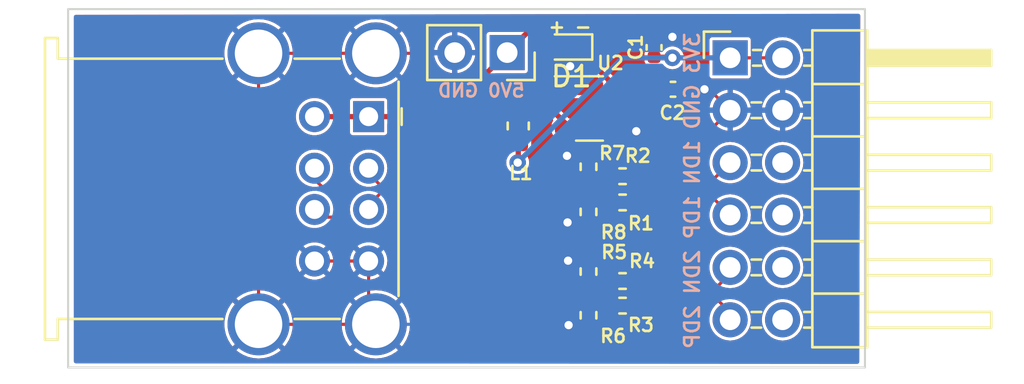
<source format=kicad_pcb>
(kicad_pcb (version 20221018) (generator pcbnew)
  (layers (0 "F.Cu" signal) (31 "B.Cu" signal) (34 "B.Paste" user) (35 "F.Paste" user) (36 "B.SilkS" user "B.Silkscreen") (37 "F.SilkS" user "F.Silkscreen") (38 "B.Mask" user) (39 "F.Mask" user) (44 "Edge.Cuts" user))
  (net 0 "")
  (net 5 "Net-(D1-A)")
  (net 6 "GND")
  (net 7 "/USB2t_DP")
  (net 8 "/USB2t_DN")
  (net 9 "/USB2_DP")
  (net 10 "/USB2_DN")
  (net 11 "/USB1t_DP")
  (net 12 "/USB1t_DN")
  (net 13 "/USB1_DP")
  (net 14 "/USB1_DN")
  (net 15 "/PWR5V0")
  (net 16 "/PWR3V3")
  (footprint "Inductor_SMD:L_0603_1608Metric" (layer "F.Cu") (at 93.881 46.228 90)
    (fp_text reference "L1" (at -2.286 0.127 unlocked) (layer "F.SilkS") (effects (font (size 0.635 0.635) (thickness 0.127))))
    (fp_text value "10uH")
    (fp_line (start -0.162779 -0.51) (end 0.162779 -0.51) (stroke (width 0.127)) (layer "F.SilkS"))
    (fp_line (start -0.162779 0.51) (end 0.162779 0.51) (stroke (width 0.127)) (layer "F.SilkS"))
    (pad "1" smd roundrect (at -0.7875 0 90) (size 0.875 0.95) (layers "F.Cu" "F.Paste" "F.Mask") (net 16 "/PWR3V3"))
    (pad "2" smd roundrect (at 0.7875 0 90) (size 0.875 0.95) (layers "F.Cu" "F.Paste" "F.Mask") (net 5 "Net-(D1-A)"))
  )
  (footprint "Resistor_SMD:R_0402_1005Metric" (layer "F.Cu") (at 97.282 50.3936 90)
    (fp_text reference "R8" (at -0.9906 1.2192 unlocked) (layer "F.SilkS") (effects (font (size 0.635 0.635) (thickness 0.127))))
    (fp_text value "15K")
    (fp_line (start -0.153641 -0.38) (end 0.153641 -0.38) (stroke (width 0.127)) (layer "F.SilkS"))
    (fp_line (start -0.153641 0.38) (end 0.153641 0.38) (stroke (width 0.127)) (layer "F.SilkS"))
    (pad "1" smd roundrect (at -0.51 0 90) (size 0.54 0.64) (layers "F.Cu" "F.Paste" "F.Mask") (net 6 "GND"))
    (pad "2" smd roundrect (at 0.51 0 90) (size 0.54 0.64) (layers "F.Cu" "F.Paste" "F.Mask") (net 11 "/USB1t_DP"))
  )
  (footprint "Resistor_SMD:R_0402_1005Metric" (layer "F.Cu") (at 98.931 53.7464)
    (fp_text reference "R4" (at 0.9418 -0.9652 unlocked) (layer "F.SilkS") (effects (font (size 0.635 0.635) (thickness 0.127))))
    (fp_text value "22")
    (fp_line (start -0.153641 -0.38) (end 0.153641 -0.38) (stroke (width 0.127)) (layer "F.SilkS"))
    (fp_line (start -0.153641 0.38) (end 0.153641 0.38) (stroke (width 0.127)) (layer "F.SilkS"))
    (pad "1" smd roundrect (at -0.51 0) (size 0.54 0.64) (layers "F.Cu" "F.Paste" "F.Mask") (net 8 "/USB2t_DN"))
    (pad "2" smd roundrect (at 0.51 0) (size 0.54 0.64) (layers "F.Cu" "F.Paste" "F.Mask") (net 10 "/USB2_DN"))
  )
  (footprint "Package_TO_SOT_SMD:SOT-23" (layer "F.Cu") (at 97.3305 45.3796)
    (fp_text reference "U2" (at 1.0183 -2.1996) (layer "F.SilkS") (effects (font (size 0.635 0.635) (thickness 0.127) bold)))
    (fp_text value "QX2303L50T")
    (fp_line (start 0 -1.56) (end -1.675 -1.56) (stroke (width 0.12)) (layer "F.SilkS"))
    (fp_line (start 0 -1.56) (end 0.65 -1.56) (stroke (width 0.12)) (layer "F.SilkS"))
    (fp_line (start 0 1.56) (end -0.65 1.56) (stroke (width 0.12)) (layer "F.SilkS"))
    (fp_line (start 0 1.56) (end 0.65 1.56) (stroke (width 0.12)) (layer "F.SilkS"))
    (pad "1" smd roundrect (at -0.9375 -0.95) (size 1.475 0.6) (layers "F.Cu" "F.Paste" "F.Mask") (net 6 "GND"))
    (pad "2" smd roundrect (at -0.9375 0.95) (size 1.475 0.6) (layers "F.Cu" "F.Paste" "F.Mask") (net 5 "Net-(D1-A)"))
    (pad "3" smd roundrect (at 0.9375 0) (size 1.475 0.6) (layers "F.Cu" "F.Paste" "F.Mask") (net 15 "/PWR5V0"))
  )
  (footprint "Capacitor_SMD:C_0402_1005Metric" (layer "F.Cu") (at 101.374 44.45)
    (fp_text reference "C2" (at -0.028 1.143 unlocked) (layer "F.SilkS") (effects (font (size 0.635 0.635) (thickness 0.127))))
    (fp_text value "10uF")
    (fp_line (start -0.107836 -0.36) (end 0.107836 -0.36) (stroke (width 0.127)) (layer "F.SilkS"))
    (fp_line (start -0.107836 0.36) (end 0.107836 0.36) (stroke (width 0.127)) (layer "F.SilkS"))
    (pad "1" smd roundrect (at -0.48 0) (size 0.56 0.62) (layers "F.Cu" "F.Paste" "F.Mask") (net 15 "/PWR5V0"))
    (pad "2" smd roundrect (at 0.48 0) (size 0.56 0.62) (layers "F.Cu" "F.Paste" "F.Mask") (net 6 "GND"))
  )
  (footprint "Resistor_SMD:R_0402_1005Metric" (layer "F.Cu") (at 97.282 53.2872 -90)
    (fp_text reference "R5" (at -0.9378 -1.2446 unlocked) (layer "F.SilkS") (effects (font (size 0.635 0.635) (thickness 0.127))))
    (fp_text value "15K")
    (fp_line (start -0.153641 -0.38) (end 0.153641 -0.38) (stroke (width 0.127)) (layer "F.SilkS"))
    (fp_line (start -0.153641 0.38) (end 0.153641 0.38) (stroke (width 0.127)) (layer "F.SilkS"))
    (pad "1" smd roundrect (at -0.51 0 270) (size 0.54 0.64) (layers "F.Cu" "F.Paste" "F.Mask") (net 6 "GND"))
    (pad "2" smd roundrect (at 0.51 0 270) (size 0.54 0.64) (layers "F.Cu" "F.Paste" "F.Mask") (net 8 "/USB2t_DN"))
  )
  (footprint "Resistor_SMD:R_0402_1005Metric" (layer "F.Cu") (at 98.933 49.9364)
    (fp_text reference "R1" (at 0.889 1.016 unlocked) (layer "F.SilkS") (effects (font (size 0.635 0.635) (thickness 0.127))))
    (fp_text value "22")
    (fp_line (start -0.153641 -0.38) (end 0.153641 -0.38) (stroke (width 0.127)) (layer "F.SilkS"))
    (fp_line (start -0.153641 0.38) (end 0.153641 0.38) (stroke (width 0.127)) (layer "F.SilkS"))
    (pad "1" smd roundrect (at -0.51 0) (size 0.54 0.64) (layers "F.Cu" "F.Paste" "F.Mask") (net 11 "/USB1t_DP"))
    (pad "2" smd roundrect (at 0.51 0) (size 0.54 0.64) (layers "F.Cu" "F.Paste" "F.Mask") (net 13 "/USB1_DP"))
  )
  (footprint "Connector_USB:USB_A_Wuerth_61400826021_Horizontal_Stacked" (layer "F.Cu") (at 86.636 45.776 -90)
    (fp_text reference "J1" hide)
    (fp_text value "USB_A_Stacked")
    (fp_line (start -3.81 15.05) (end -2.81 15.05) (stroke (width 0.127)) (layer "F.SilkS"))
    (fp_line (start -3.81 15.67) (end -3.81 15.05) (stroke (width 0.127)) (layer "F.SilkS"))
    (fp_line (start -2.81 3.58) (end -2.81 1.4) (stroke (width 0.127)) (layer "F.SilkS"))
    (fp_line (start -2.81 15.05) (end -2.81 7.08) (stroke (width 0.127)) (layer "F.SilkS"))
    (fp_line (start -1.69 -1.45) (end 8.69 -1.45) (stroke (width 0.127)) (layer "F.SilkS"))
    (fp_line (start 0.4 -1.6) (end -0.4 -1.6) (stroke (width 0.127)) (layer "F.SilkS"))
    (fp_line (start 9.81 3.58) (end 9.81 1.4) (stroke (width 0.127)) (layer "F.SilkS"))
    (fp_line (start 9.81 7.08) (end 9.81 15.05) (stroke (width 0.127)) (layer "F.SilkS"))
    (fp_line (start 9.81 15.05) (end 10.81 15.05) (stroke (width 0.127)) (layer "F.SilkS"))
    (fp_line (start 10.81 15.05) (end 10.81 15.67) (stroke (width 0.127)) (layer "F.SilkS"))
    (fp_line (start 10.81 15.67) (end -3.81 15.67) (stroke (width 0.127)) (layer "F.SilkS"))
    (pad "1" thru_hole rect (at 0 0 270) (size 1.5 1.5) (drill 0.92) (layers "*.Cu" "*.Mask") (net 15 "/PWR5V0"))
    (pad "2" thru_hole circle (at 2.5 0 270) (size 1.5 1.5) (drill 0.92) (layers "*.Cu" "*.Mask") (net 12 "/USB1t_DN"))
    (pad "3" thru_hole circle (at 4.5 0 270) (size 1.5 1.5) (drill 0.92) (layers "*.Cu" "*.Mask") (net 11 "/USB1t_DP"))
    (pad "4" thru_hole circle (at 7 0 270) (size 1.5 1.5) (drill 0.92) (layers "*.Cu" "*.Mask") (net 6 "GND"))
    (pad "5" thru_hole circle (at 0 2.62 270) (size 1.5 1.5) (drill 0.92) (layers "*.Cu" "*.Mask") (net 15 "/PWR5V0"))
    (pad "6" thru_hole circle (at 2.5 2.62 270) (size 1.5 1.5) (drill 0.92) (layers "*.Cu" "*.Mask") (net 8 "/USB2t_DN"))
    (pad "7" thru_hole circle (at 4.5 2.62 270) (size 1.5 1.5) (drill 0.92) (layers "*.Cu" "*.Mask") (net 7 "/USB2t_DP"))
    (pad "8" thru_hole circle (at 7 2.62 270) (size 1.5 1.5) (drill 0.92) (layers "*.Cu" "*.Mask") (net 6 "GND"))
    (pad "9" thru_hole circle (at -3.07 -0.35 270) (size 3 3) (drill 2.3) (layers "*.Cu" "*.Mask") (net 6 "GND"))
    (pad "9" thru_hole circle (at -3.07 5.33 270) (size 3 3) (drill 2.3) (layers "*.Cu" "*.Mask") (net 6 "GND"))
    (pad "9" thru_hole circle (at 10.07 -0.35 270) (size 3 3) (drill 2.3) (layers "*.Cu" "*.Mask") (net 6 "GND"))
    (pad "9" thru_hole circle (at 10.07 5.33 270) (size 3 3) (drill 2.3) (layers "*.Cu" "*.Mask") (net 6 "GND"))
  )
  (footprint "Capacitor_SMD:C_0402_1005Metric" (layer "F.Cu") (at 100.457 42.418 90)
    (fp_text reference "C1" (at 0 -0.889 90 unlocked) (layer "F.SilkS") (effects (font (size 0.635 0.635) (thickness 0.127))))
    (fp_text value "10uF")
    (fp_line (start -0.107836 -0.36) (end 0.107836 -0.36) (stroke (width 0.127)) (layer "F.SilkS"))
    (fp_line (start -0.107836 0.36) (end 0.107836 0.36) (stroke (width 0.127)) (layer "F.SilkS"))
    (pad "1" smd roundrect (at -0.48 0 90) (size 0.56 0.62) (layers "F.Cu" "F.Paste" "F.Mask") (net 16 "/PWR3V3"))
    (pad "2" smd roundrect (at 0.48 0 90) (size 0.56 0.62) (layers "F.Cu" "F.Paste" "F.Mask") (net 6 "GND"))
  )
  (footprint "Resistor_SMD:R_0402_1005Metric" (layer "F.Cu") (at 98.931 54.9402)
    (fp_text reference "R3" (at 0.891 0.9398 unlocked) (layer "F.SilkS") (effects (font (size 0.635 0.635) (thickness 0.127))))
    (fp_text value "22")
    (fp_line (start -0.153641 -0.38) (end 0.153641 -0.38) (stroke (width 0.127)) (layer "F.SilkS"))
    (fp_line (start -0.153641 0.38) (end 0.153641 0.38) (stroke (width 0.127)) (layer "F.SilkS"))
    (pad "1" smd roundrect (at -0.51 0) (size 0.54 0.64) (layers "F.Cu" "F.Paste" "F.Mask") (net 7 "/USB2t_DP"))
    (pad "2" smd roundrect (at 0.51 0) (size 0.54 0.64) (layers "F.Cu" "F.Paste" "F.Mask") (net 9 "/USB2_DP"))
  )
  (footprint "Resistor_SMD:R_0402_1005Metric" (layer "F.Cu") (at 97.282 48.2072 -90)
    (fp_text reference "R7" (at -0.6584 -1.143 unlocked) (layer "F.SilkS") (effects (font (size 0.635 0.635) (thickness 0.127))))
    (fp_text value "15K")
    (fp_line (start -0.153641 -0.38) (end 0.153641 -0.38) (stroke (width 0.127)) (layer "F.SilkS"))
    (fp_line (start -0.153641 0.38) (end 0.153641 0.38) (stroke (width 0.127)) (layer "F.SilkS"))
    (pad "1" smd roundrect (at -0.51 0 270) (size 0.54 0.64) (layers "F.Cu" "F.Paste" "F.Mask") (net 6 "GND"))
    (pad "2" smd roundrect (at 0.51 0 270) (size 0.54 0.64) (layers "F.Cu" "F.Paste" "F.Mask") (net 12 "/USB1t_DN"))
  )
  (footprint "Resistor_SMD:R_0402_1005Metric" (layer "F.Cu") (at 97.282 55.4062 90)
    (fp_text reference "R6" (at -1.0072 1.1938 unlocked) (layer "F.SilkS") (effects (font (size 0.635 0.635) (thickness 0.127))))
    (fp_text value "15K")
    (fp_line (start -0.153641 -0.38) (end 0.153641 -0.38) (stroke (width 0.127)) (layer "F.SilkS"))
    (fp_line (start -0.153641 0.38) (end 0.153641 0.38) (stroke (width 0.127)) (layer "F.SilkS"))
    (pad "1" smd roundrect (at -0.51 0 90) (size 0.54 0.64) (layers "F.Cu" "F.Paste" "F.Mask") (net 6 "GND"))
    (pad "2" smd roundrect (at 0.51 0 90) (size 0.54 0.64) (layers "F.Cu" "F.Paste" "F.Mask") (net 7 "/USB2t_DP"))
  )
  (footprint "Connector_PinHeader_2.54mm:PinHeader_2x06_P2.54mm_Horizontal" (layer "F.Cu") (at 104.14 42.926)
    (fp_text reference "J2" hide)
    (fp_text value "Conn_02x06_Odd_Even")
    (fp_line (start -1.27 -1.27) (end 0 -1.27) (stroke (width 0.127)) (layer "F.SilkS"))
    (fp_line (start -1.27 0) (end -1.27 -1.27) (stroke (width 0.127)) (layer "F.SilkS"))
    (fp_line (start 1.042929 2.16) (end 1.497071 2.16) (stroke (width 0.127)) (layer "F.SilkS"))
    (fp_line (start 1.042929 2.92) (end 1.497071 2.92) (stroke (width 0.127)) (layer "F.SilkS"))
    (fp_line (start 1.042929 4.7) (end 1.497071 4.7) (stroke (width 0.127)) (layer "F.SilkS"))
    (fp_line (start 1.042929 5.46) (end 1.497071 5.46) (stroke (width 0.127)) (layer "F.SilkS"))
    (fp_line (start 1.042929 7.24) (end 1.497071 7.24) (stroke (width 0.127)) (layer "F.SilkS"))
    (fp_line (start 1.042929 8) (end 1.497071 8) (stroke (width 0.127)) (layer "F.SilkS"))
    (fp_line (start 1.042929 9.78) (end 1.497071 9.78) (stroke (width 0.127)) (layer "F.SilkS"))
    (fp_line (start 1.042929 10.54) (end 1.497071 10.54) (stroke (width 0.127)) (layer "F.SilkS"))
    (fp_line (start 1.042929 12.32) (end 1.497071 12.32) (stroke (width 0.127)) (layer "F.SilkS"))
    (fp_line (start 1.042929 13.08) (end 1.497071 13.08) (stroke (width 0.127)) (layer "F.SilkS"))
    (fp_line (start 1.11 -0.38) (end 1.497071 -0.38) (stroke (width 0.127)) (layer "F.SilkS"))
    (fp_line (start 1.11 0.38) (end 1.497071 0.38) (stroke (width 0.127)) (layer "F.SilkS"))
    (fp_line (start 3.582929 -0.38) (end 3.98 -0.38) (stroke (width 0.127)) (layer "F.SilkS"))
    (fp_line (start 3.582929 0.38) (end 3.98 0.38) (stroke (width 0.127)) (layer "F.SilkS"))
    (fp_line (start 3.582929 2.16) (end 3.98 2.16) (stroke (width 0.127)) (layer "F.SilkS"))
    (fp_line (start 3.582929 2.92) (end 3.98 2.92) (stroke (width 0.127)) (layer "F.SilkS"))
    (fp_line (start 3.582929 4.7) (end 3.98 4.7) (stroke (width 0.127)) (layer "F.SilkS"))
    (fp_line (start 3.582929 5.46) (end 3.98 5.46) (stroke (width 0.127)) (layer "F.SilkS"))
    (fp_line (start 3.582929 7.24) (end 3.98 7.24) (stroke (width 0.127)) (layer "F.SilkS"))
    (fp_line (start 3.582929 8) (end 3.98 8) (stroke (width 0.127)) (layer "F.SilkS"))
    (fp_line (start 3.582929 9.78) (end 3.98 9.78) (stroke (width 0.127)) (layer "F.SilkS"))
    (fp_line (start 3.582929 10.54) (end 3.98 10.54) (stroke (width 0.127)) (layer "F.SilkS"))
    (fp_line (start 3.582929 12.32) (end 3.98 12.32) (stroke (width 0.127)) (layer "F.SilkS"))
    (fp_line (start 3.582929 13.08) (end 3.98 13.08) (stroke (width 0.127)) (layer "F.SilkS"))
    (fp_line (start 3.98 -1.33) (end 3.98 14.03) (stroke (width 0.127)) (layer "F.SilkS"))
    (fp_line (start 3.98 1.27) (end 6.64 1.27) (stroke (width 0.127)) (layer "F.SilkS"))
    (fp_line (start 3.98 3.81) (end 6.64 3.81) (stroke (width 0.127)) (layer "F.SilkS"))
    (fp_line (start 3.98 6.35) (end 6.64 6.35) (stroke (width 0.127)) (layer "F.SilkS"))
    (fp_line (start 3.98 8.89) (end 6.64 8.89) (stroke (width 0.127)) (layer "F.SilkS"))
    (fp_line (start 3.98 11.43) (end 6.64 11.43) (stroke (width 0.127)) (layer "F.SilkS"))
    (fp_line (start 3.98 14.03) (end 6.64 14.03) (stroke (width 0.127)) (layer "F.SilkS"))
    (fp_line (start 6.64 -1.33) (end 3.98 -1.33) (stroke (width 0.127)) (layer "F.SilkS"))
    (fp_line (start 6.64 -0.38) (end 12.64 -0.38) (stroke (width 0.127)) (layer "F.SilkS"))
    (fp_line (start 6.64 -0.32) (end 12.64 -0.32) (stroke (width 0.127)) (layer "F.SilkS"))
    (fp_line (start 6.64 -0.2) (end 12.64 -0.2) (stroke (width 0.127)) (layer "F.SilkS"))
    (fp_line (start 6.64 -0.08) (end 12.64 -0.08) (stroke (width 0.127)) (layer "F.SilkS"))
    (fp_line (start 6.64 0.04) (end 12.64 0.04) (stroke (width 0.127)) (layer "F.SilkS"))
    (fp_line (start 6.64 0.16) (end 12.64 0.16) (stroke (width 0.127)) (layer "F.SilkS"))
    (fp_line (start 6.64 0.28) (end 12.64 0.28) (stroke (width 0.127)) (layer "F.SilkS"))
    (fp_line (start 6.64 2.16) (end 12.64 2.16) (stroke (width 0.127)) (layer "F.SilkS"))
    (fp_line (start 6.64 4.7) (end 12.64 4.7) (stroke (width 0.127)) (layer "F.SilkS"))
    (fp_line (start 6.64 7.24) (end 12.64 7.24) (stroke (width 0.127)) (layer "F.SilkS"))
    (fp_line (start 6.64 9.78) (end 12.64 9.78) (stroke (width 0.127)) (layer "F.SilkS"))
    (fp_line (start 6.64 12.32) (end 12.64 12.32) (stroke (width 0.127)) (layer "F.SilkS"))
    (fp_line (start 6.64 14.03) (end 6.64 -1.33) (stroke (width 0.127)) (layer "F.SilkS"))
    (fp_line (start 12.64 -0.38) (end 12.64 0.38) (stroke (width 0.127)) (layer "F.SilkS"))
    (fp_line (start 12.64 0.38) (end 6.64 0.38) (stroke (width 0.127)) (layer "F.SilkS"))
    (fp_line (start 12.64 2.16) (end 12.64 2.92) (stroke (width 0.127)) (layer "F.SilkS"))
    (fp_line (start 12.64 2.92) (end 6.64 2.92) (stroke (width 0.127)) (layer "F.SilkS"))
    (fp_line (start 12.64 4.7) (end 12.64 5.46) (stroke (width 0.127)) (layer "F.SilkS"))
    (fp_line (start 12.64 5.46) (end 6.64 5.46) (stroke (width 0.127)) (layer "F.SilkS"))
    (fp_line (start 12.64 7.24) (end 12.64 8) (stroke (width 0.127)) (layer "F.SilkS"))
    (fp_line (start 12.64 8) (end 6.64 8) (stroke (width 0.127)) (layer "F.SilkS"))
    (fp_line (start 12.64 9.78) (end 12.64 10.54) (stroke (width 0.127)) (layer "F.SilkS"))
    (fp_line (start 12.64 10.54) (end 6.64 10.54) (stroke (width 0.127)) (layer "F.SilkS"))
    (fp_line (start 12.64 12.32) (end 12.64 13.08) (stroke (width 0.127)) (layer "F.SilkS"))
    (fp_line (start 12.64 13.08) (end 6.64 13.08) (stroke (width 0.127)) (layer "F.SilkS"))
    (pad "1" thru_hole rect (at 0 0) (size 1.7 1.7) (drill 1) (layers "*.Cu" "*.Mask") (net 16 "/PWR3V3"))
    (pad "2" thru_hole oval (at 2.54 0) (size 1.7 1.7) (drill 1) (layers "*.Cu" "*.Mask") (net 16 "/PWR3V3"))
    (pad "3" thru_hole oval (at 0 2.54) (size 1.7 1.7) (drill 1) (layers "*.Cu" "*.Mask") (net 6 "GND"))
    (pad "4" thru_hole oval (at 2.54 2.54) (size 1.7 1.7) (drill 1) (layers "*.Cu" "*.Mask") (net 6 "GND"))
    (pad "5" thru_hole oval (at 0 5.08) (size 1.7 1.7) (drill 1) (layers "*.Cu" "*.Mask") (net 14 "/USB1_DN"))
    (pad "6" thru_hole oval (at 2.54 5.08) (size 1.7 1.7) (drill 1) (layers "*.Cu" "*.Mask"))
    (pad "7" thru_hole oval (at 0 7.62) (size 1.7 1.7) (drill 1) (layers "*.Cu" "*.Mask") (net 13 "/USB1_DP"))
    (pad "8" thru_hole oval (at 2.54 7.62) (size 1.7 1.7) (drill 1) (layers "*.Cu" "*.Mask"))
    (pad "9" thru_hole oval (at 0 10.16) (size 1.7 1.7) (drill 1) (layers "*.Cu" "*.Mask") (net 10 "/USB2_DN"))
    (pad "10" thru_hole oval (at 2.54 10.16) (size 1.7 1.7) (drill 1) (layers "*.Cu" "*.Mask"))
    (pad "11" thru_hole oval (at 0 12.7) (size 1.7 1.7) (drill 1) (layers "*.Cu" "*.Mask") (net 9 "/USB2_DP"))
    (pad "12" thru_hole oval (at 2.54 12.7) (size 1.7 1.7) (drill 1) (layers "*.Cu" "*.Mask"))
  )
  (footprint "Diode_SMD:Nexperia_DSN1608-2_1.6x0.8mm" (layer "F.Cu") (at 96.45 42.4 180)
    (fp_text reference "D1" (at 0 -1.43 180) (layer "F.SilkS"))
    (fp_text value "1N5817/1N5819/1N5822")
    (fp_line (start -1.015 -0.61) (end -1.015 0.61) (stroke (width 0.12)) (layer "F.SilkS"))
    (fp_line (start -1.015 0.61) (end 0.8 0.61) (stroke (width 0.12)) (layer "F.SilkS"))
    (fp_line (start 0.8 -0.61) (end -1.015 -0.61) (stroke (width 0.12)) (layer "F.SilkS"))
    (pad "1" smd roundrect (at -0.285 0 180) (size 0.93 0.7) (layers "F.Cu" "F.Paste" "F.Mask") (roundrect_rratio 0.1071428571) (net 15 "/PWR5V0"))
    (pad "2" smd roundrect (at 0.6 0 180) (size 0.3 0.7) (layers "F.Cu" "F.Paste" "F.Mask") (net 5 "Net-(D1-A)"))
  )
  (footprint "Connector_PinSocket_2.54mm:PinSocket_1x02_P2.54mm_Vertical" (layer "F.Cu") (at 93.345 42.672 -90)
    (fp_text reference "J3" hide)
    (fp_text value "Conn_01x02_Socket" hide)
    (fp_line (start -1.33 1.27) (end -1.33 3.87) (stroke (width 0.127)) (layer "F.SilkS"))
    (fp_line (start -1.33 1.27) (end 1.33 1.27) (stroke (width 0.127)) (layer "F.SilkS"))
    (fp_line (start -1.33 3.87) (end 1.33 3.87) (stroke (width 0.127)) (layer "F.SilkS"))
    (fp_line (start 0 -1.33) (end 1.33 -1.33) (stroke (width 0.127)) (layer "F.SilkS"))
    (fp_line (start 1.33 -1.33) (end 1.33 0) (stroke (width 0.127)) (layer "F.SilkS"))
    (fp_line (start 1.33 1.27) (end 1.33 3.87) (stroke (width 0.127)) (layer "F.SilkS"))
    (pad "1" thru_hole rect (at 0 0 270) (size 1.7 1.7) (drill 1) (layers "*.Cu" "*.Mask") (net 15 "/PWR5V0"))
    (pad "2" thru_hole oval (at 0 2.54 270) (size 1.7 1.7) (drill 1) (layers "*.Cu" "*.Mask") (net 6 "GND"))
  )
  (footprint "Resistor_SMD:R_0402_1005Metric" (layer "F.Cu") (at 98.931 48.6664)
    (fp_text reference "R2" (at 0.7386 -0.9906 unlocked) (layer "F.SilkS") (effects (font (size 0.635 0.635) (thickness 0.127))))
    (fp_text value "22")
    (fp_line (start -0.153641 -0.38) (end 0.153641 -0.38) (stroke (width 0.127)) (layer "F.SilkS"))
    (fp_line (start -0.153641 0.38) (end 0.153641 0.38) (stroke (width 0.127)) (layer "F.SilkS"))
    (pad "1" smd roundrect (at -0.51 0) (size 0.54 0.64) (layers "F.Cu" "F.Paste" "F.Mask") (net 12 "/USB1t_DN"))
    (pad "2" smd roundrect (at 0.51 0) (size 0.54 0.64) (layers "F.Cu" "F.Paste" "F.Mask") (net 14 "/USB1_DN"))
  )
  (gr_rect (start 72.0852 40.5638) (end 110.6678 57.9374) (stroke (width 0.1)) (fill none) (layer "Edge.Cuts"))
  (gr_text "5V0 GND" (at 94.2594 44.8818) (layer "B.SilkS") (effects (font (size 0.635 0.635) (thickness 0.127) bold) (justify left bottom mirror)))
  (gr_text "3V3 GND 1DN 1DP 2DN 2DP" (at 102.7176 41.6306 90) (layer "B.SilkS") (effects (font (size 0.7112 0.7112) (thickness 0.127) bold) (justify left bottom mirror)))
  (gr_text "+ -" (at 95.2754 41.783) (layer "F.SilkS") (effects (font (size 0.635 0.635) (thickness 0.127) bold) (justify left bottom)))
  (segment (start 95.3761 45.3127) (end 95.3761 42.9269) (width 0.254) (layer "F.Cu") (net 5))
  (segment (start 95.3761 42.9269) (end 95.8572 42.4458) (width 0.254) (layer "F.Cu") (net 5))
  (segment (start 96.393 46.3296) (end 95.3761 45.3127) (width 0.254) (layer "F.Cu") (net 5))
  (segment (start 95.5039 45.4405) (end 96.393 46.3296) (width 0.254) (layer "F.Cu") (net 5))
  (segment (start 93.9065 45.466) (end 93.881 45.4405) (width 0.254) (layer "F.Cu") (net 5))
  (segment (start 93.881 45.4405) (end 95.5039 45.4405) (width 0.254) (layer "F.Cu") (net 5))
  (segment (start 95.8572 42.4458) (end 95.8572 42.3926) (width 0.254) (layer "F.Cu") (net 5))
  (segment (start 99.596 46.482) (end 103.124 46.482) (width 0.1524) (layer "F.Cu") (net 6))
  (segment (start 81.306 42.706) (end 81.306 55.846) (width 0.1524) (layer "F.Cu") (net 6))
  (segment (start 81.306 42.706) (end 86.986 42.706) (width 0.1524) (layer "F.Cu") (net 6))
  (segment (start 104.14 45.466) (end 103.124 44.45) (width 0.1524) (layer "F.Cu") (net 6))
  (segment (start 84.016 52.776) (end 86.636 52.776) (width 0.1524) (layer "F.Cu") (net 6))
  (segment (start 96.393 44.4296) (end 96.393 43.3324) (width 0.1524) (layer "F.Cu") (net 6))
  (segment (start 97.3094 50.927) (end 96.2894 50.927) (width 0.1524) (layer "F.Cu") (net 6))
  (segment (start 96.262 47.6972) (end 96.2406 47.6758) (width 0.1524) (layer "F.Cu") (net 6))
  (segment (start 97.282 47.6972) (end 97.461139 47.518061) (width 0.1524) (layer "F.Cu") (net 6))
  (segment (start 86.636 52.776) (end 86.636 55.496) (width 0.1524) (layer "F.Cu") (net 6))
  (segment (start 100.457 41.938) (end 101.318 41.938) (width 0.1524) (layer "F.Cu") (net 6))
  (segment (start 97.282 47.6972) (end 96.262 47.6972) (width 0.1524) (layer "F.Cu") (net 6))
  (segment (start 103.124 44.45) (end 102.898 44.45) (width 0.1524) (layer "F.Cu") (net 6))
  (segment (start 86.986 42.706) (end 90.771 42.706) (width 0.1524) (layer "F.Cu") (net 6))
  (segment (start 96.393 44.777522) (end 96.393 44.4296) (width 0.1524) (layer "F.Cu") (net 6))
  (segment (start 90.771 42.706) (end 90.805 42.672) (width 0.1524) (layer "F.Cu") (net 6))
  (segment (start 101.318 41.938) (end 101.346 41.91) (width 0.1524) (layer "F.Cu") (net 6))
  (segment (start 97.461139 47.518061) (end 97.461139 45.845661) (width 0.1524) (layer "F.Cu") (net 6))
  (segment (start 101.346 41.91) (end 102.898 43.462) (width 0.1524) (layer "F.Cu") (net 6))
  (segment (start 97.3348 52.7812) (end 96.3148 52.7812) (width 0.1524) (layer "F.Cu") (net 6))
  (segment (start 86.636 55.496) (end 86.986 55.846) (width 0.1524) (layer "F.Cu") (net 6))
  (segment (start 104.14 45.466) (end 106.68 45.466) (width 0.1524) (layer "F.Cu") (net 6))
  (segment (start 97.3602 55.9054) (end 96.3402 55.9054) (width 0.1524) (layer "F.Cu") (net 6))
  (segment (start 102.898 43.462) (end 102.898 44.45) (width 0.1524) (layer "F.Cu") (net 6))
  (segment (start 103.124 46.482) (end 104.14 45.466) (width 0.1524) (layer "F.Cu") (net 6))
  (segment (start 81.306 55.846) (end 86.986 55.846) (width 0.1524) (layer "F.Cu") (net 6))
  (segment (start 97.461139 45.845661) (end 96.393 44.777522) (width 0.1524) (layer "F.Cu") (net 6))
  (segment (start 101.854 44.45) (end 102.898 44.45) (width 0.1524) (layer "F.Cu") (net 6))
  (segment (start 99.53 46.416) (end 99.596 46.482) (width 0.1524) (layer "F.Cu") (net 6))
  (via (at 96.393 43.3324) (size 0.8) (drill 0.4) (layers "F.Cu" "B.Cu") (net 6))
  (via (at 102.898 44.45) (size 0.8) (drill 0.4) (layers "F.Cu" "B.Cu") (net 6))
  (via (at 101.346 41.91) (size 0.8) (drill 0.4) (layers "F.Cu" "B.Cu") (net 6))
  (via (at 96.268 50.9056) (size 0.8) (drill 0.4) (layers "F.Cu" "B.Cu") (net 6))
  (via (at 96.2406 47.6758) (size 0.8) (drill 0.4) (layers "F.Cu" "B.Cu") (net 6))
  (via (at 99.596 46.482) (size 0.8) (drill 0.4) (layers "F.Cu" "B.Cu") (net 6))
  (via (at 96.3188 55.884) (size 0.8) (drill 0.4) (layers "F.Cu" "B.Cu") (net 6))
  (via (at 96.2934 52.7598) (size 0.8) (drill 0.4) (layers "F.Cu" "B.Cu") (net 6))
  (segment (start 96.2406 47.6758) (end 97.4344 46.482) (width 0.1524) (layer "B.Cu") (net 6))
  (segment (start 96.3188 55.884) (end 96.3188 47.754) (width 0.1524) (layer "B.Cu") (net 6))
  (segment (start 96.3188 47.754) (end 96.2406 47.6758) (width 0.1524) (layer "B.Cu") (net 6))
  (segment (start 97.4344 46.482) (end 99.596 46.482) (width 0.1524) (layer "B.Cu") (net 6))
  (segment (start 96.2808 55.846) (end 96.3188 55.884) (width 0.1524) (layer "B.Cu") (net 6))
  (segment (start 86.986 55.846) (end 96.2808 55.846) (width 0.1524) (layer "B.Cu") (net 6))
  (segment (start 85.992072 51.6636) (end 87.292072 51.6636) (width 0.1524) (layer "F.Cu") (net 7))
  (segment (start 88.492072 51.6636) (end 88.633672 51.6636) (width 0.1524) (layer "F.Cu") (net 7))
  (segment (start 97.916001 54.482001) (end 98.3996 54.9656) (width 0.1524) (layer "F.Cu") (net 7))
  (segment (start 97.689399 54.482001) (end 97.916001 54.482001) (width 0.1524) (layer "F.Cu") (net 7))
  (segment (start 88.633672 51.6636) (end 91.469172 54.4991) (width 0.1524) (layer "F.Cu") (net 7))
  (segment (start 84.388634 50.648634) (end 84.977106 50.648634) (width 0.1524) (layer "F.Cu") (net 7))
  (segment (start 84.016 50.276) (end 84.388634 50.648634) (width 0.1524) (layer "F.Cu") (net 7))
  (segment (start 96.8349 54.4991) (end 97.232 54.8962) (width 0.1524) (layer "F.Cu") (net 7))
  (segment (start 87.592072 51.9636) (end 87.592072 52.259692) (width 0.1524) (layer "F.Cu") (net 7))
  (segment (start 97.2586 54.9128) (end 97.689399 54.482001) (width 0.1524) (layer "F.Cu") (net 7))
  (segment (start 88.192072 52.259692) (end 88.192072 51.9636) (width 0.1524) (layer "F.Cu") (net 7))
  (segment (start 97.232 54.8962) (end 97.282 54.8962) (width 0.1524) (layer "F.Cu") (net 7))
  (segment (start 91.469172 54.4991) (end 96.8349 54.4991) (width 0.1524) (layer "F.Cu") (net 7))
  (segment (start 84.977106 50.648634) (end 85.992072 51.6636) (width 0.1524) (layer "F.Cu") (net 7))
  (arc (start 88.192072 51.9636) (mid 88.27994 51.751468) (end 88.492072 51.6636) (width 0.1524) (layer "F.Cu") (net 7))
  (arc (start 87.592072 52.259692) (mid 87.67994 52.471824) (end 87.892072 52.559692) (width 0.1524) (layer "F.Cu") (net 7))
  (arc (start 87.892072 52.559692) (mid 88.104204 52.471824) (end 88.192072 52.259692) (width 0.1524) (layer "F.Cu") (net 7))
  (arc (start 87.292072 51.6636) (mid 87.504204 51.751468) (end 87.592072 51.9636) (width 0.1524) (layer "F.Cu") (net 7))
  (segment (start 96.8349 54.1943) (end 91.595428 54.1943) (width 0.1524) (layer "F.Cu") (net 8))
  (segment (start 97.232 53.7972) (end 96.8349 54.1943) (width 0.1524) (layer "F.Cu") (net 8))
  (segment (start 91.595428 54.1943) (end 88.759928 51.3588) (width 0.1524) (layer "F.Cu") (net 8))
  (segment (start 86.118328 51.3588) (end 85.09 50.330472) (width 0.1524) (layer "F.Cu") (net 8))
  (segment (start 84.016 48.8116) (end 84.016 48.276) (width 0.1524) (layer "F.Cu") (net 8))
  (segment (start 97.282 53.7972) (end 97.232 53.7972) (width 0.1524) (layer "F.Cu") (net 8))
  (segment (start 97.689399 54.177199) (end 97.916001 54.177199) (width 0.1524) (layer "F.Cu") (net 8))
  (segment (start 88.759928 51.3588) (end 86.118328 51.3588) (width 0.1524) (layer "F.Cu") (net 8))
  (segment (start 85.09 49.8856) (end 84.016 48.8116) (width 0.1524) (layer "F.Cu") (net 8))
  (segment (start 85.09 50.330472) (end 85.09 49.8856) (width 0.1524) (layer "F.Cu") (net 8))
  (segment (start 97.916001 54.177199) (end 98.3976 53.6956) (width 0.1524) (layer "F.Cu") (net 8))
  (segment (start 97.2586 53.7464) (end 97.689399 54.177199) (width 0.1524) (layer "F.Cu") (net 8))
  (segment (start 99.9355 54.4957) (end 103.3653 54.4957) (width 0.1524) (layer "F.Cu") (net 9))
  (segment (start 103.3653 54.4957) (end 104.14 55.2704) (width 0.1524) (layer "F.Cu") (net 9))
  (segment (start 99.491 54.9402) (end 99.9355 54.4957) (width 0.1524) (layer "F.Cu") (net 9))
  (segment (start 99.441 54.9402) (end 99.491 54.9402) (width 0.1524) (layer "F.Cu") (net 9))
  (segment (start 104.14 55.2704) (end 104.14 55.626) (width 0.1524) (layer "F.Cu") (net 9))
  (segment (start 99.441 53.7464) (end 99.491 53.7464) (width 0.1524) (layer "F.Cu") (net 10))
  (segment (start 103.3399 54.1909) (end 104.14 53.3908) (width 0.1524) (layer "F.Cu") (net 10))
  (segment (start 99.9355 54.1909) (end 103.3399 54.1909) (width 0.1524) (layer "F.Cu") (net 10))
  (segment (start 99.491 53.7464) (end 99.9355 54.1909) (width 0.1524) (layer "F.Cu") (net 10))
  (segment (start 104.14 53.3908) (end 104.14 53.086) (width 0.1524) (layer "F.Cu") (net 10))
  (segment (start 96.8492 49.4528) (end 87.25 49.4528) (width 0.1524) (layer "F.Cu") (net 11))
  (segment (start 97.282 49.8836) (end 97.712799 49.452801) (width 0.1524) (layer "F.Cu") (net 11))
  (segment (start 86.636 50.0668) (end 86.636 50.276) (width 0.1524) (layer "F.Cu") (net 11))
  (segment (start 97.939401 49.452801) (end 98.423 49.9364) (width 0.1524) (layer "F.Cu") (net 11))
  (segment (start 97.712799 49.452801) (end 97.939401 49.452801) (width 0.1524) (layer "F.Cu") (net 11))
  (segment (start 97.282 49.8836) (end 97.28 49.8836) (width 0.1524) (layer "F.Cu") (net 11))
  (segment (start 87.25 49.4528) (end 86.636 50.0668) (width 0.1524) (layer "F.Cu") (net 11))
  (segment (start 97.28 49.8836) (end 96.8492 49.4528) (width 0.1524) (layer "F.Cu") (net 11))
  (segment (start 87.248 49.148) (end 86.636 48.536) (width 0.1524) (layer "F.Cu") (net 12))
  (segment (start 97.282 48.7172) (end 96.8512 49.148) (width 0.1524) (layer "F.Cu") (net 12))
  (segment (start 96.8512 49.148) (end 87.248 49.148) (width 0.1524) (layer "F.Cu") (net 12))
  (segment (start 97.939401 49.147999) (end 98.421 48.6664) (width 0.1524) (layer "F.Cu") (net 12))
  (segment (start 86.636 48.536) (end 86.636 48.276) (width 0.1524) (layer "F.Cu") (net 12))
  (segment (start 97.282 48.7172) (end 97.712799 49.147999) (width 0.1524) (layer "F.Cu") (net 12))
  (segment (start 97.712799 49.147999) (end 97.939401 49.147999) (width 0.1524) (layer "F.Cu") (net 12))
  (segment (start 104.14 50.546) (end 103.0488 49.4548) (width 0.1524) (layer "F.Cu") (net 13))
  (segment (start 99.9246 49.4548) (end 99.443 49.9364) (width 0.1524) (layer "F.Cu") (net 13))
  (segment (start 103.0488 49.4548) (end 99.9246 49.4548) (width 0.1524) (layer "F.Cu") (net 13))
  (segment (start 104.14 48.006) (end 102.996 49.15) (width 0.1524) (layer "F.Cu") (net 14))
  (segment (start 102.996 49.15) (end 99.9246 49.15) (width 0.1524) (layer "F.Cu") (net 14))
  (segment (start 99.9246 49.15) (end 99.441 48.6664) (width 0.1524) (layer "F.Cu") (net 14))
  (segment (start 96.8272 42.3926) (end 96.0652 41.6306) (width 0.254) (layer "F.Cu") (net 15))
  (segment (start 98.268 44.011) (end 98.268 45.3796) (width 0.254) (layer "F.Cu") (net 15))
  (segment (start 93.345 42.672) (end 90.241 45.776) (width 0.254) (layer "F.Cu") (net 15))
  (segment (start 90.241 45.776) (end 84.016 45.776) (width 0.254) (layer "F.Cu") (net 15))
  (segment (start 96.8272 42.3926) (end 96.8272 42.5702) (width 0.254) (layer "F.Cu") (net 15))
  (segment (start 99.9644 45.3796) (end 100.894 44.45) (width 0.254) (layer "F.Cu") (net 15))
  (segment (start 98.268 45.3796) (end 99.9644 45.3796) (width 0.254) (layer "F.Cu") (net 15))
  (segment (start 96.0652 41.6306) (end 94.3864 41.6306) (width 0.254) (layer "F.Cu") (net 15))
  (segment (start 96.8272 42.5702) (end 98.268 44.011) (width 0.254) (layer "F.Cu") (net 15))
  (segment (start 94.3864 41.6306) (end 93.345 42.672) (width 0.254) (layer "F.Cu") (net 15))
  (segment (start 100.457 42.898) (end 101.318 42.898) (width 0.254) (layer "F.Cu") (net 16))
  (segment (start 106.68 42.926) (end 104.14 42.926) (width 0.1524) (layer "F.Cu") (net 16))
  (segment (start 93.881 47.978) (end 93.881 47.0155) (width 0.254) (layer "F.Cu") (net 16))
  (segment (start 93.853 48.006) (end 93.881 47.978) (width 0.254) (layer "F.Cu") (net 16))
  (segment (start 101.318 42.898) (end 101.346 42.926) (width 0.1524) (layer "F.Cu") (net 16))
  (via (at 101.346 42.926) (size 0.8) (drill 0.4) (layers "F.Cu" "B.Cu") (net 16))
  (via (at 93.853 48.006) (size 0.8) (drill 0.4) (layers "F.Cu" "B.Cu") (net 16))
  (segment (start 93.853 48.006) (end 98.933 42.926) (width 0.254) (layer "B.Cu") (net 16))
  (segment (start 98.933 42.926) (end 101.346 42.926) (width 0.254) (layer "B.Cu") (net 16))
  (segment (start 101.346 42.926) (end 104.14 42.926) (width 0.254) (layer "B.Cu") (net 16))
  (zone (net 6) (net_name "GND") (layers "F&B.Cu") (connect_pads (clearance 0.1524)) (min_thickness 0.1778) (fill yes (thermal_gap 0.1524) (thermal_bridge_width 0.254))
    (polygon (pts (xy 72.3646 40.8432) (xy 72.3646 57.7342) (xy 110.3884 57.7596) (xy 110.4392 40.7924) (xy 72.2884 40.8432)))
  )
)
</source>
